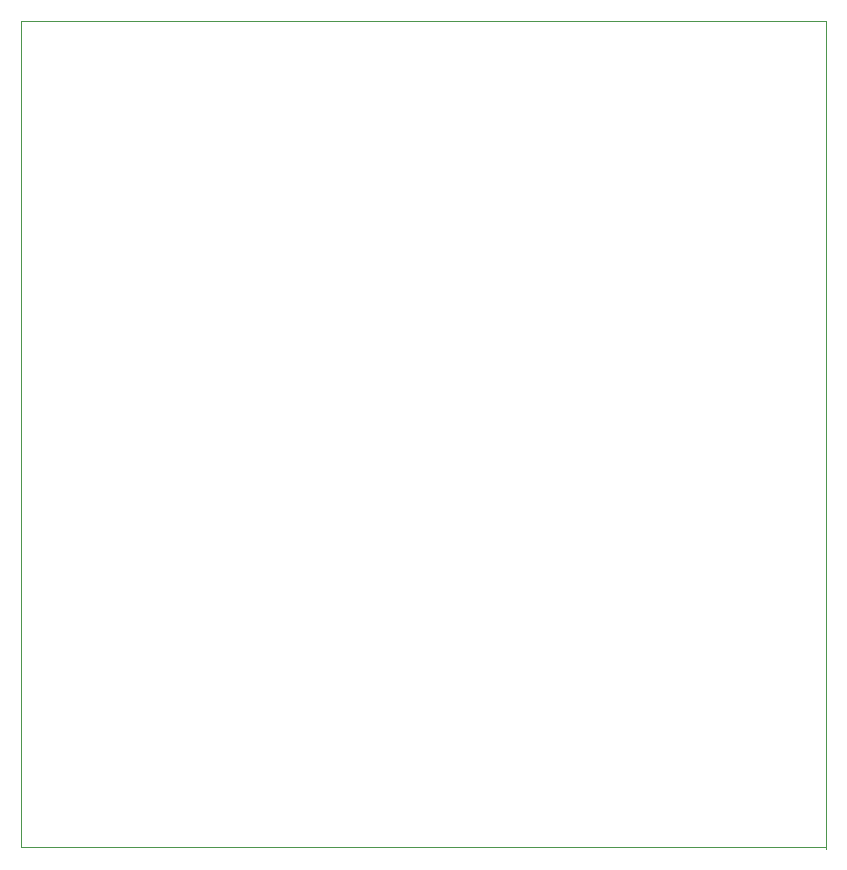
<source format=gm1>
G04 #@! TF.GenerationSoftware,KiCad,Pcbnew,5.1.5-52549c5~86~ubuntu18.04.1*
G04 #@! TF.CreationDate,2020-12-11T21:21:52-08:00*
G04 #@! TF.ProjectId,accelgyro_mpu6050_d2r1_4x4,61636365-6c67-4797-926f-5f6d70753630,rev?*
G04 #@! TF.SameCoordinates,Original*
G04 #@! TF.FileFunction,Profile,NP*
%FSLAX46Y46*%
G04 Gerber Fmt 4.6, Leading zero omitted, Abs format (unit mm)*
G04 Created by KiCad (PCBNEW 5.1.5-52549c5~86~ubuntu18.04.1) date 2020-12-11 21:21:52*
%MOMM*%
%LPD*%
G04 APERTURE LIST*
%ADD10C,0.100000*%
G04 APERTURE END LIST*
D10*
X203400000Y-162000000D02*
X135200000Y-162000000D01*
X203400000Y-92100000D02*
X203400000Y-162100000D01*
X135200000Y-92000000D02*
X203400000Y-92000000D01*
X135200000Y-92000000D02*
X135200000Y-162000000D01*
M02*

</source>
